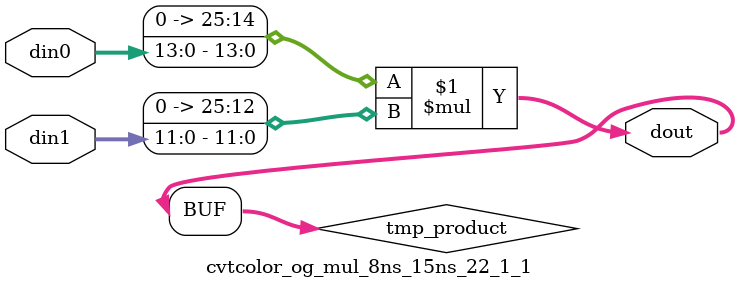
<source format=v>

`timescale 1 ns / 1 ps

  module cvtcolor_og_mul_8ns_15ns_22_1_1(din0, din1, dout);
parameter ID = 1;
parameter NUM_STAGE = 0;
parameter din0_WIDTH = 14;
parameter din1_WIDTH = 12;
parameter dout_WIDTH = 26;

input [din0_WIDTH - 1 : 0] din0; 
input [din1_WIDTH - 1 : 0] din1; 
output [dout_WIDTH - 1 : 0] dout;

wire signed [dout_WIDTH - 1 : 0] tmp_product;










assign tmp_product = $signed({1'b0, din0}) * $signed({1'b0, din1});











assign dout = tmp_product;







endmodule

</source>
